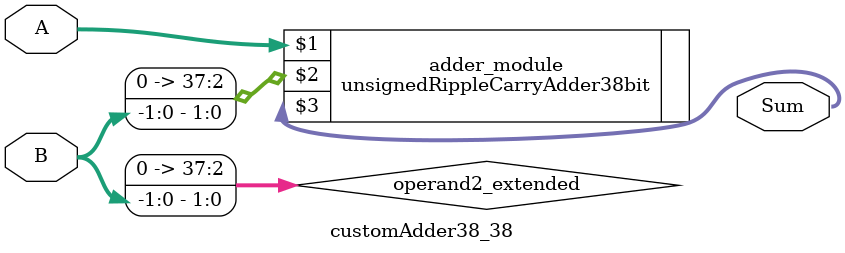
<source format=v>
module customAdder38_38(
                        input [37 : 0] A,
                        input [-1 : 0] B,
                        
                        output [38 : 0] Sum
                );

        wire [37 : 0] operand2_extended;
        
        assign operand2_extended =  {38'b0, B};
        
        unsignedRippleCarryAdder38bit adder_module(
            A,
            operand2_extended,
            Sum
        );
        
        endmodule
        
</source>
